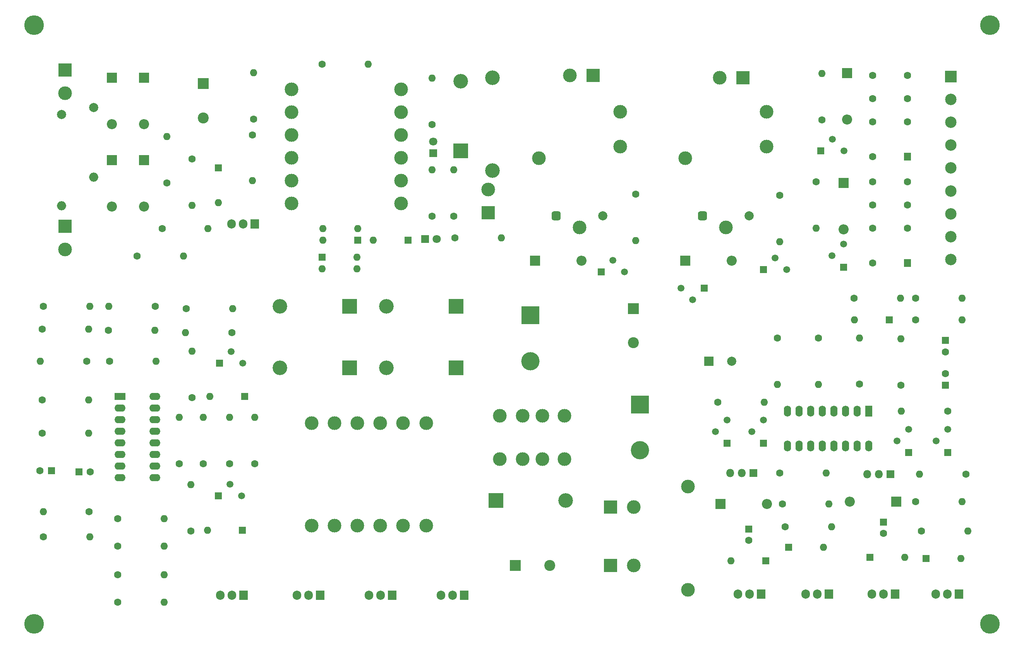
<source format=gbr>
%TF.GenerationSoftware,KiCad,Pcbnew,(5.1.9)-1*%
%TF.CreationDate,2021-11-22T08:04:15-03:00*%
%TF.ProjectId,inversor 1.2,696e7665-7273-46f7-9220-312e322e6b69,rev?*%
%TF.SameCoordinates,Original*%
%TF.FileFunction,Soldermask,Top*%
%TF.FilePolarity,Negative*%
%FSLAX46Y46*%
G04 Gerber Fmt 4.6, Leading zero omitted, Abs format (unit mm)*
G04 Created by KiCad (PCBNEW (5.1.9)-1) date 2021-11-22 08:04:15*
%MOMM*%
%LPD*%
G01*
G04 APERTURE LIST*
%ADD10O,2.000000X2.000000*%
%ADD11C,2.000000*%
%ADD12O,1.600000X1.600000*%
%ADD13C,1.600000*%
%ADD14O,1.600000X2.400000*%
%ADD15R,1.600000X2.400000*%
%ADD16O,2.400000X1.600000*%
%ADD17R,2.400000X1.600000*%
%ADD18C,4.300000*%
%ADD19C,4.000000*%
%ADD20R,4.000000X4.000000*%
%ADD21C,3.000000*%
%ADD22R,3.000000X3.000000*%
%ADD23R,2.000000X2.000000*%
%ADD24R,1.500000X1.500000*%
%ADD25C,1.500000*%
%ADD26R,1.600000X1.600000*%
%ADD27R,2.400000X2.400000*%
%ADD28C,2.400000*%
%ADD29R,2.200000X2.200000*%
%ADD30O,2.200000X2.200000*%
%ADD31R,3.200000X3.200000*%
%ADD32O,3.200000X3.200000*%
%ADD33C,1.800000*%
%ADD34R,1.800000X1.800000*%
%ADD35R,2.500000X2.500000*%
%ADD36C,2.500000*%
%ADD37R,1.600000X1.800000*%
%ADD38O,1.800000X1.800000*%
%ADD39O,1.905000X2.000000*%
%ADD40R,1.905000X2.000000*%
%ADD41C,3.200000*%
G04 APERTURE END LIST*
D10*
%TO.C,R23*%
X54500000Y-53740000D03*
D11*
X54500000Y-38500000D03*
%TD*%
D12*
%TO.C,R26*%
X89500000Y-30840000D03*
D13*
X89500000Y-41000000D03*
%TD*%
D14*
%TO.C,U2*%
X224000000Y-112620000D03*
X206220000Y-105000000D03*
X221460000Y-112620000D03*
X208760000Y-105000000D03*
X218920000Y-112620000D03*
X211300000Y-105000000D03*
X216380000Y-112620000D03*
X213840000Y-105000000D03*
X213840000Y-112620000D03*
X216380000Y-105000000D03*
X211300000Y-112620000D03*
X218920000Y-105000000D03*
X208760000Y-112620000D03*
X221460000Y-105000000D03*
X206220000Y-112620000D03*
D15*
X224000000Y-105000000D03*
%TD*%
D16*
%TO.C,U1*%
X67870000Y-101750000D03*
X60250000Y-119530000D03*
X67870000Y-104290000D03*
X60250000Y-116990000D03*
X67870000Y-106830000D03*
X60250000Y-114450000D03*
X67870000Y-109370000D03*
X60250000Y-111910000D03*
X67870000Y-111910000D03*
X60250000Y-109370000D03*
X67870000Y-114450000D03*
X60250000Y-106830000D03*
X67870000Y-116990000D03*
X60250000Y-104290000D03*
X67870000Y-119530000D03*
D17*
X60250000Y-101750000D03*
%TD*%
D18*
%TO.C,~*%
X41500000Y-151500000D03*
%TD*%
%TO.C,~*%
X41500000Y-20500000D03*
%TD*%
%TO.C,~*%
X250500000Y-151500000D03*
%TD*%
%TO.C,~*%
X250500000Y-20500000D03*
%TD*%
D10*
%TO.C,C12*%
X47500000Y-60000000D03*
D11*
X47500000Y-40000000D03*
%TD*%
D19*
%TO.C,C11*%
X174000000Y-113500000D03*
D20*
X174000000Y-103500000D03*
%TD*%
D19*
%TO.C,C17*%
X150000000Y-94000000D03*
D20*
X150000000Y-84000000D03*
%TD*%
D21*
%TO.C,T2*%
X127250000Y-130000000D03*
X127250000Y-107547000D03*
X122170000Y-107547000D03*
X117170000Y-107547000D03*
X112170000Y-107547000D03*
X107170000Y-107547000D03*
X102170000Y-107547000D03*
X102170000Y-130000000D03*
X107170000Y-130000000D03*
X112170000Y-130000000D03*
X117170000Y-130000000D03*
X122170000Y-130000000D03*
%TD*%
D12*
%TO.C,R5*%
X53660000Y-132500000D03*
D13*
X43500000Y-132500000D03*
%TD*%
D21*
%TO.C,T1*%
X97750000Y-54500000D03*
X97750000Y-59500000D03*
X97750000Y-44500000D03*
X97750000Y-49500000D03*
X97750000Y-34500000D03*
X97750000Y-39500000D03*
X121750000Y-34500000D03*
X121750000Y-39500000D03*
X121750000Y-44500000D03*
X121750000Y-54500000D03*
X121750000Y-59500000D03*
X121750000Y-49500000D03*
%TD*%
%TO.C,J6*%
X48250000Y-69580000D03*
D22*
X48250000Y-64500000D03*
%TD*%
D12*
%TO.C,TH3*%
X67910000Y-87250000D03*
D13*
X57750000Y-87250000D03*
%TD*%
D11*
%TO.C,C6*%
X194000000Y-94000000D03*
D23*
X189000000Y-94000000D03*
%TD*%
D24*
%TO.C,Q22*%
X201000000Y-74000000D03*
D25*
X206080000Y-74000000D03*
X203540000Y-71460000D03*
%TD*%
D24*
%TO.C,Q21*%
X188000000Y-78000000D03*
D25*
X182920000Y-78000000D03*
X185460000Y-80540000D03*
%TD*%
D24*
%TO.C,Q20*%
X165500000Y-74500000D03*
D25*
X170580000Y-74500000D03*
X168040000Y-71960000D03*
%TD*%
D24*
%TO.C,Q19*%
X241250000Y-114000000D03*
D25*
X241250000Y-108920000D03*
X238710000Y-111460000D03*
%TD*%
D24*
%TO.C,Q18*%
X232750000Y-114000000D03*
D25*
X232750000Y-108920000D03*
X230210000Y-111460000D03*
%TD*%
D24*
%TO.C,Q17*%
X193000000Y-112000000D03*
D25*
X193000000Y-106920000D03*
X190460000Y-109460000D03*
%TD*%
D24*
%TO.C,Q16*%
X201000000Y-112000000D03*
D25*
X201000000Y-106920000D03*
X198460000Y-109460000D03*
%TD*%
D24*
%TO.C,Q15*%
X213500000Y-48000000D03*
D25*
X218580000Y-48000000D03*
X216040000Y-45460000D03*
%TD*%
D24*
%TO.C,Q14*%
X218500000Y-73500000D03*
D25*
X218500000Y-68420000D03*
X215960000Y-70960000D03*
%TD*%
D13*
%TO.C,C1*%
X53750000Y-118250000D03*
D26*
X51250000Y-118250000D03*
%TD*%
%TO.C,C2*%
X197750000Y-130750000D03*
D13*
X197750000Y-133250000D03*
%TD*%
%TO.C,C3*%
X42750000Y-118000000D03*
D26*
X45250000Y-118000000D03*
%TD*%
D13*
%TO.C,C4*%
X104500000Y-29000000D03*
D12*
X114500000Y-29000000D03*
%TD*%
%TO.C,C5*%
X43500000Y-127000000D03*
D13*
X53500000Y-127000000D03*
%TD*%
D26*
%TO.C,C7*%
X227250000Y-129250000D03*
D13*
X227250000Y-131750000D03*
%TD*%
%TO.C,C8*%
X240750000Y-96750000D03*
D26*
X240750000Y-99250000D03*
%TD*%
D27*
%TO.C,C9*%
X146750000Y-138750000D03*
D28*
X154250000Y-138750000D03*
%TD*%
D13*
%TO.C,C10*%
X222000000Y-99000000D03*
D12*
X222000000Y-89000000D03*
%TD*%
D27*
%TO.C,C13*%
X78500000Y-33250000D03*
D28*
X78500000Y-40750000D03*
%TD*%
D13*
%TO.C,C14*%
X69500000Y-65000000D03*
D12*
X79500000Y-65000000D03*
%TD*%
%TO.C,C15*%
X89250000Y-54500000D03*
D13*
X89250000Y-44500000D03*
%TD*%
D28*
%TO.C,C16*%
X172500000Y-90000000D03*
D27*
X172500000Y-82500000D03*
%TD*%
D26*
%TO.C,C18*%
X240750000Y-89500000D03*
D13*
X240750000Y-92000000D03*
%TD*%
D12*
%TO.C,D1*%
X214120000Y-134750000D03*
D26*
X206500000Y-134750000D03*
%TD*%
D29*
%TO.C,D2*%
X191590000Y-125250000D03*
D30*
X201750000Y-125250000D03*
%TD*%
D12*
%TO.C,D3*%
X193880000Y-137750000D03*
D26*
X201500000Y-137750000D03*
%TD*%
%TO.C,D4*%
X224250000Y-137000000D03*
D12*
X231870000Y-137000000D03*
%TD*%
D30*
%TO.C,D5*%
X219840000Y-124750000D03*
D29*
X230000000Y-124750000D03*
%TD*%
D26*
%TO.C,D6*%
X236500000Y-137250000D03*
D12*
X244120000Y-137250000D03*
%TD*%
%TO.C,D7*%
X79380000Y-131000000D03*
D26*
X87000000Y-131000000D03*
%TD*%
%TO.C,D8*%
X87500000Y-101750000D03*
D12*
X79880000Y-101750000D03*
%TD*%
D31*
%TO.C,D9*%
X133750000Y-82000000D03*
D32*
X118510000Y-82000000D03*
%TD*%
%TO.C,D10*%
X95260000Y-82000000D03*
D31*
X110500000Y-82000000D03*
%TD*%
%TO.C,D11*%
X133750000Y-95500000D03*
D32*
X118510000Y-95500000D03*
%TD*%
%TO.C,D12*%
X95260000Y-95500000D03*
D31*
X110500000Y-95500000D03*
%TD*%
D29*
%TO.C,D13*%
X58500000Y-32000000D03*
D30*
X58500000Y-42160000D03*
%TD*%
D29*
%TO.C,D14*%
X58500000Y-50000000D03*
D30*
X58500000Y-60160000D03*
%TD*%
%TO.C,D15*%
X65500000Y-42160000D03*
D29*
X65500000Y-32000000D03*
%TD*%
%TO.C,D16*%
X65500000Y-50000000D03*
D30*
X65500000Y-60160000D03*
%TD*%
D26*
%TO.C,D17*%
X81750000Y-51750000D03*
D12*
X81750000Y-59370000D03*
%TD*%
D31*
%TO.C,D18*%
X134750000Y-48000000D03*
D32*
X134750000Y-32760000D03*
%TD*%
D33*
%TO.C,D19*%
X128750000Y-45960000D03*
D34*
X128750000Y-48500000D03*
%TD*%
%TO.C,D20*%
X127000000Y-67250000D03*
D33*
X129540000Y-67250000D03*
%TD*%
D32*
%TO.C,D23*%
X157740000Y-124500000D03*
D31*
X142500000Y-124500000D03*
%TD*%
D30*
%TO.C,D24*%
X219250000Y-41160000D03*
D29*
X219250000Y-31000000D03*
%TD*%
D30*
%TO.C,D27*%
X218500000Y-65160000D03*
D29*
X218500000Y-55000000D03*
%TD*%
D30*
%TO.C,D28*%
X161160000Y-72000000D03*
D29*
X151000000Y-72000000D03*
%TD*%
%TO.C,D29*%
X183840000Y-72000000D03*
D30*
X194000000Y-72000000D03*
%TD*%
D26*
%TO.C,DZ1*%
X123250000Y-67500000D03*
D12*
X115630000Y-67500000D03*
%TD*%
D26*
%TO.C,DZ2*%
X228500000Y-85000000D03*
D12*
X220880000Y-85000000D03*
%TD*%
D21*
%TO.C,F1*%
X157434000Y-106000000D03*
X152608000Y-106000000D03*
X148290000Y-106000000D03*
X143337000Y-106000000D03*
%TD*%
%TO.C,F2*%
X184500000Y-121500000D03*
X184500000Y-144100000D03*
%TD*%
%TO.C,F3*%
X143337000Y-115500000D03*
X148290000Y-115500000D03*
X152608000Y-115500000D03*
X157434000Y-115500000D03*
%TD*%
%TO.C,J1*%
X158670000Y-31500000D03*
D22*
X163750000Y-31500000D03*
%TD*%
%TO.C,J2*%
X196500000Y-32000000D03*
D21*
X191420000Y-32000000D03*
%TD*%
%TO.C,J3*%
X172580000Y-126000000D03*
D22*
X167500000Y-126000000D03*
%TD*%
%TO.C,J4*%
X167500000Y-138750000D03*
D21*
X172580000Y-138750000D03*
%TD*%
D22*
%TO.C,J5*%
X48250000Y-30250000D03*
D21*
X48250000Y-35330000D03*
%TD*%
D35*
%TO.C,J7*%
X242000000Y-31750000D03*
D36*
X242000000Y-36750000D03*
X242000000Y-41750000D03*
X242000000Y-46750000D03*
X242000000Y-51750000D03*
X242000000Y-56750000D03*
X242000000Y-61750000D03*
X242000000Y-66750000D03*
X242000000Y-71750000D03*
%TD*%
D13*
%TO.C,K1*%
X232500000Y-36550000D03*
X232500000Y-31470000D03*
X232500000Y-41630000D03*
X224880000Y-49250000D03*
D37*
X232500000Y-49250000D03*
D13*
X224880000Y-31470000D03*
X224880000Y-36550000D03*
X224880000Y-41630000D03*
%TD*%
%TO.C,K2*%
X224880000Y-64880000D03*
X224880000Y-59800000D03*
X224880000Y-54720000D03*
D37*
X232500000Y-72500000D03*
D13*
X224880000Y-72500000D03*
X232500000Y-64880000D03*
X232500000Y-54720000D03*
X232500000Y-59800000D03*
%TD*%
D21*
%TO.C,K3*%
X160750000Y-64750000D03*
D11*
X165850000Y-62210000D03*
D21*
X169650000Y-47010000D03*
X169650000Y-39410000D03*
X151850000Y-49550000D03*
G36*
G01*
X155150000Y-61210000D02*
X156150000Y-61210000D01*
G75*
G02*
X156650000Y-61710000I0J-500000D01*
G01*
X156650000Y-62710000D01*
G75*
G02*
X156150000Y-63210000I-500000J0D01*
G01*
X155150000Y-63210000D01*
G75*
G02*
X154650000Y-62710000I0J500000D01*
G01*
X154650000Y-61710000D01*
G75*
G02*
X155150000Y-61210000I500000J0D01*
G01*
G37*
%TD*%
%TO.C,K4*%
G36*
G01*
X187150000Y-61210000D02*
X188150000Y-61210000D01*
G75*
G02*
X188650000Y-61710000I0J-500000D01*
G01*
X188650000Y-62710000D01*
G75*
G02*
X188150000Y-63210000I-500000J0D01*
G01*
X187150000Y-63210000D01*
G75*
G02*
X186650000Y-62710000I0J500000D01*
G01*
X186650000Y-61710000D01*
G75*
G02*
X187150000Y-61210000I500000J0D01*
G01*
G37*
X183850000Y-49550000D03*
X201650000Y-39410000D03*
X201650000Y-47010000D03*
D11*
X197850000Y-62210000D03*
D21*
X192750000Y-64750000D03*
%TD*%
D34*
%TO.C,Q1*%
X198750000Y-118500000D03*
D38*
X196210000Y-118500000D03*
X193670000Y-118500000D03*
%TD*%
D39*
%TO.C,Q2*%
X195420000Y-145000000D03*
X197960000Y-145000000D03*
D40*
X200500000Y-145000000D03*
%TD*%
%TO.C,Q3*%
X215250000Y-145000000D03*
D39*
X212710000Y-145000000D03*
X210170000Y-145000000D03*
%TD*%
%TO.C,Q4*%
X224670000Y-145000000D03*
X227210000Y-145000000D03*
D40*
X229750000Y-145000000D03*
%TD*%
D39*
%TO.C,Q5*%
X238670000Y-145000000D03*
X241210000Y-145000000D03*
D40*
X243750000Y-145000000D03*
%TD*%
D38*
%TO.C,Q6*%
X223670000Y-118750000D03*
X226210000Y-118750000D03*
D34*
X228750000Y-118750000D03*
%TD*%
D24*
%TO.C,Q7*%
X81750000Y-123500000D03*
D25*
X86830000Y-123500000D03*
X84290000Y-120960000D03*
%TD*%
D40*
%TO.C,Q8*%
X87250000Y-145250000D03*
D39*
X84710000Y-145250000D03*
X82170000Y-145250000D03*
%TD*%
D40*
%TO.C,Q9*%
X104000000Y-145250000D03*
D39*
X101460000Y-145250000D03*
X98920000Y-145250000D03*
%TD*%
D25*
%TO.C,Q10*%
X84540000Y-91960000D03*
X87080000Y-94500000D03*
D24*
X82000000Y-94500000D03*
%TD*%
D40*
%TO.C,Q11*%
X119750000Y-145250000D03*
D39*
X117210000Y-145250000D03*
X114670000Y-145250000D03*
%TD*%
D40*
%TO.C,Q12*%
X135500000Y-145250000D03*
D39*
X132960000Y-145250000D03*
X130420000Y-145250000D03*
%TD*%
%TO.C,Q13*%
X84670000Y-64000000D03*
X87210000Y-64000000D03*
D40*
X89750000Y-64000000D03*
%TD*%
D13*
%TO.C,R1*%
X204500000Y-118500000D03*
D12*
X214660000Y-118500000D03*
%TD*%
D13*
%TO.C,R2*%
X205090000Y-125250000D03*
D12*
X215250000Y-125250000D03*
%TD*%
D13*
%TO.C,R3*%
X205750000Y-130250000D03*
D12*
X215910000Y-130250000D03*
%TD*%
D13*
%TO.C,R4*%
X43250000Y-109750000D03*
D12*
X53410000Y-109750000D03*
%TD*%
%TO.C,R6*%
X53410000Y-87000000D03*
D13*
X43250000Y-87000000D03*
%TD*%
D12*
%TO.C,R7*%
X53410000Y-102500000D03*
D13*
X43250000Y-102500000D03*
%TD*%
D12*
%TO.C,R8*%
X245660000Y-131250000D03*
D13*
X235500000Y-131250000D03*
%TD*%
D12*
%TO.C,R9*%
X75750000Y-121090000D03*
D13*
X75750000Y-131250000D03*
%TD*%
%TO.C,R10*%
X234250000Y-124750000D03*
D12*
X244410000Y-124750000D03*
%TD*%
D13*
%TO.C,R11*%
X245250000Y-118750000D03*
D12*
X235090000Y-118750000D03*
%TD*%
D13*
%TO.C,R12*%
X78500000Y-116500000D03*
D12*
X78500000Y-106340000D03*
%TD*%
%TO.C,R13*%
X73250000Y-106340000D03*
D13*
X73250000Y-116500000D03*
%TD*%
D12*
%TO.C,R14*%
X76000000Y-91840000D03*
D13*
X76000000Y-102000000D03*
%TD*%
%TO.C,R15*%
X84250000Y-116500000D03*
D12*
X84250000Y-106340000D03*
%TD*%
%TO.C,R16*%
X69910000Y-140750000D03*
D13*
X59750000Y-140750000D03*
%TD*%
D12*
%TO.C,R17*%
X213000000Y-99160000D03*
D13*
X213000000Y-89000000D03*
%TD*%
%TO.C,R18*%
X191000000Y-103000000D03*
D12*
X201160000Y-103000000D03*
%TD*%
D13*
%TO.C,R19*%
X59750000Y-146750000D03*
D12*
X69910000Y-146750000D03*
%TD*%
%TO.C,R20*%
X69910000Y-134500000D03*
D13*
X59750000Y-134500000D03*
%TD*%
D12*
%TO.C,R21*%
X84910000Y-82500000D03*
D13*
X74750000Y-82500000D03*
%TD*%
%TO.C,R22*%
X84750000Y-87750000D03*
D12*
X74590000Y-87750000D03*
%TD*%
%TO.C,R24*%
X70500000Y-44840000D03*
D13*
X70500000Y-55000000D03*
%TD*%
%TO.C,R25*%
X76000000Y-49750000D03*
D12*
X76000000Y-59910000D03*
%TD*%
%TO.C,R27*%
X128500000Y-52090000D03*
D13*
X128500000Y-62250000D03*
%TD*%
D12*
%TO.C,R28*%
X133250000Y-52090000D03*
D13*
X133250000Y-62250000D03*
%TD*%
D41*
%TO.C,R29*%
X141750000Y-32000000D03*
D32*
X141750000Y-52320000D03*
%TD*%
D12*
%TO.C,R30*%
X212500000Y-64910000D03*
D13*
X212500000Y-54750000D03*
%TD*%
%TO.C,R31*%
X89750000Y-116500000D03*
D12*
X89750000Y-106340000D03*
%TD*%
%TO.C,R32*%
X69910000Y-128500000D03*
D13*
X59750000Y-128500000D03*
%TD*%
%TO.C,R33*%
X231000000Y-99250000D03*
D12*
X231000000Y-89090000D03*
%TD*%
%TO.C,R34*%
X204000000Y-99160000D03*
D13*
X204000000Y-89000000D03*
%TD*%
D12*
%TO.C,R35*%
X231090000Y-105000000D03*
D13*
X241250000Y-105000000D03*
%TD*%
%TO.C,R36*%
X128500000Y-42250000D03*
D12*
X128500000Y-32090000D03*
%TD*%
D13*
%TO.C,R37*%
X133500000Y-67000000D03*
D12*
X143660000Y-67000000D03*
%TD*%
D13*
%TO.C,R38*%
X213750000Y-41250000D03*
D12*
X213750000Y-31090000D03*
%TD*%
D13*
%TO.C,R39*%
X64000000Y-71000000D03*
D12*
X74160000Y-71000000D03*
%TD*%
D13*
%TO.C,R40*%
X234250000Y-85000000D03*
D12*
X244410000Y-85000000D03*
%TD*%
%TO.C,R41*%
X230910000Y-80250000D03*
D13*
X220750000Y-80250000D03*
%TD*%
D12*
%TO.C,R42*%
X68160000Y-94000000D03*
D13*
X58000000Y-94000000D03*
%TD*%
D12*
%TO.C,R43*%
X57840000Y-82000000D03*
D13*
X68000000Y-82000000D03*
%TD*%
%TO.C,R44*%
X43500000Y-82000000D03*
D12*
X53660000Y-82000000D03*
%TD*%
%TO.C,R45*%
X42840000Y-94000000D03*
D13*
X53000000Y-94000000D03*
%TD*%
D12*
%TO.C,R46*%
X173000000Y-67660000D03*
D13*
X173000000Y-57500000D03*
%TD*%
%TO.C,R47*%
X204500000Y-57750000D03*
D12*
X204500000Y-67910000D03*
%TD*%
D13*
%TO.C,R48*%
X234250000Y-80250000D03*
D12*
X244410000Y-80250000D03*
%TD*%
D21*
%TO.C,SW1*%
X140750000Y-56420000D03*
D22*
X140750000Y-61500000D03*
%TD*%
D12*
%TO.C,U3*%
X104630000Y-67500000D03*
X112250000Y-64960000D03*
X104630000Y-64960000D03*
D26*
X112250000Y-67500000D03*
%TD*%
%TO.C,U4*%
X104500000Y-71250000D03*
D12*
X112120000Y-73790000D03*
X104500000Y-73790000D03*
X112120000Y-71250000D03*
%TD*%
M02*

</source>
